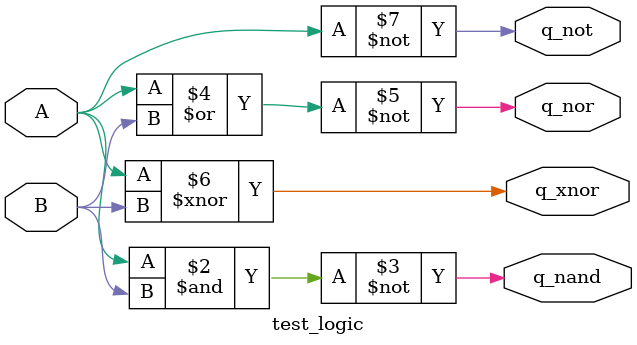
<source format=v>

module test_logic(input A, B, output reg q_nand, q_nor, q_xnor, q_not);

   always @(A, B) begin
      q_nand = A ~& B;
      q_nor  = A ~| B;
      q_xnor = A ~^ B;
      q_not  = ~A;
   end

endmodule // test_logic

</source>
